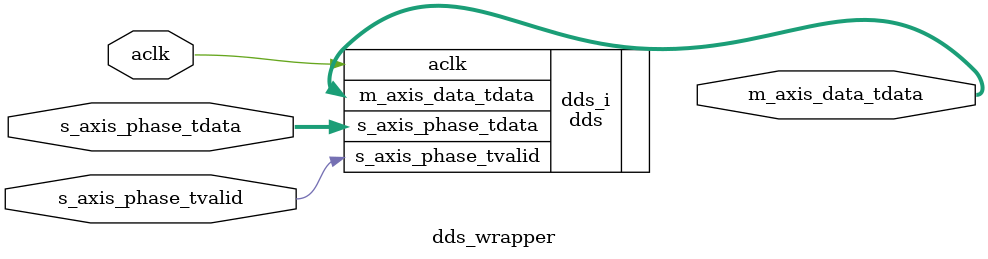
<source format=v>
`timescale 10ns/10ns

module dds_wrapper(
  aclk,
  s_axis_phase_tvalid,
  s_axis_phase_tdata,
  m_axis_data_tdata);
  
  input aclk;
  input s_axis_phase_tvalid;
  input [31:0]s_axis_phase_tdata;
  output [47:0]m_axis_data_tdata;

  wire aclk;
  wire s_axis_phase_tvalid;
  wire [31:0]s_axis_phase_tdata;
  wire [47:0]m_axis_data_tdata;

  dds dds_i(
    .aclk(aclk),
    .m_axis_data_tdata(m_axis_data_tdata),
    .s_axis_phase_tdata(s_axis_phase_tdata),
    .s_axis_phase_tvalid(s_axis_phase_tvalid));
        
endmodule

</source>
